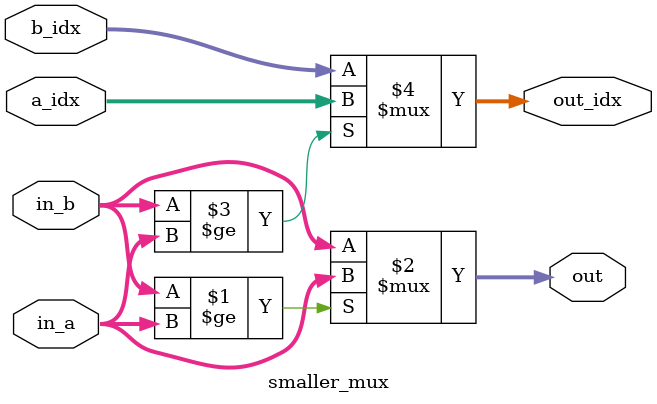
<source format=v>
module smaller_mux(
	input [9:0] in_a,
                    in_b,
	input [5:0] a_idx,
	            b_idx,
    output  [9:0] out,
    output  [5:0]  out_idx);
assign out = in_b >= in_a ? in_a : in_b;
assign out_idx = in_b >= in_a ? a_idx : b_idx;
endmodule


</source>
